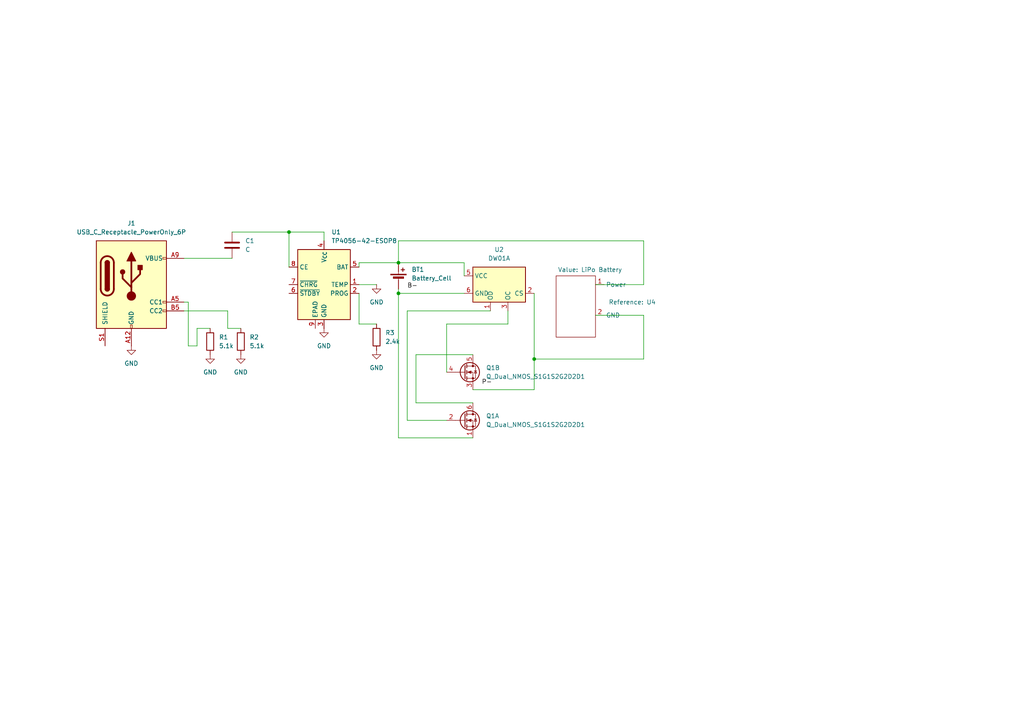
<source format=kicad_sch>
(kicad_sch (version 20250114) (generator "eeschema") (generator_version "9.0")
  (paper "A4")
  (lib_symbols
    (symbol "Battery_Management:DW01A"
      (property "Reference" "U" (at -6.604 6.35 0))
      (property "Value" "DW01A" (at 4.318 6.604 0))
      (symbol "DW01A_0_1"
        (pin power_in line (at -10.16 2.54 0) (length 2.54) (name "VCC") (number "5"))
        (pin power_in line (at -10.16 -2.54 0) (length 2.54) (name "GND") (number "6"))
        (pin output line (at -2.54 -7.62 90) (length 2.54) (name "OD") (number "1"))
        (pin output line (at 2.54 -7.62 90) (length 2.54) (name "OC") (number "3"))
        (pin input line (at 10.16 -2.54 180) (length 2.54) (name "CS") (number "2"))
      )
      (symbol "DW01A_1_1"
        (rectangle (start -7.62 5.08) (end 7.62 -5.08) (stroke (width 0.254)) (fill (type background)))
        (pin no_connect line (at 10.16 2.54 180) (length 2.54) (hide yes) (name "TD") (number "4"))
      )
    )
    (symbol "Battery_Management:TP4056-42-ESOP8"
      (property "Reference" "U" (at -6.604 11.684 0))
      (property "Value" "TP4056-42-ESOP8" (at 10.16 11.684 0))
      (symbol "TP4056-42-ESOP8_1_0"
        (pin input line (at -10.16 5.08 0) (length 2.54) (name "CE") (number "8"))
        (pin open_collector line (at -10.16 0 0) (length 2.54) (name "~{CHRG}") (number "7"))
        (pin open_collector line (at -10.16 -2.54 0) (length 2.54) (name "~{STDBY}") (number "6"))
        (pin passive line (at -2.54 -12.7 90) (length 2.54) (name "EPAD") (number "9"))
        (pin power_in line (at 0 12.7 270) (length 2.54) (name "V_{CC}") (number "4"))
        (pin power_in line (at 0 -12.7 90) (length 2.54) (name "GND") (number "3"))
        (pin power_out line (at 10.16 5.08 180) (length 2.54) (name "BAT") (number "5"))
        (pin input line (at 10.16 0 180) (length 2.54) (name "TEMP") (number "1"))
        (pin passive line (at 10.16 -2.54 180) (length 2.54) (name "PROG") (number "2"))
      )
      (symbol "TP4056-42-ESOP8_1_1"
        (rectangle (start -7.62 10.16) (end 7.62 -10.16) (stroke (width 0.254)) (fill (type background)))
      )
    )
    (symbol "Connector:USB_C_Receptacle_PowerOnly_6P" (pin_names (offset 1.016))
      (property "Reference" "J" (at 0 16.51 0))
      (property "Value" "USB_C_Receptacle_PowerOnly_6P" (at 0 13.97 0))
      (symbol "USB_C_Receptacle_PowerOnly_6P_0_0"
        (rectangle (start -0.254 -12.7) (end 0.254 -11.684))
        (rectangle (start 10.16 7.874) (end 9.144 7.366))
        (rectangle (start 10.16 -4.826) (end 9.144 -5.334))
        (rectangle (start 10.16 -7.366) (end 9.144 -7.874))
      )
      (symbol "USB_C_Receptacle_PowerOnly_6P_0_1"
        (rectangle (start -10.16 12.7) (end 10.16 -12.7) (stroke (width 0.254)) (fill (type background)))
        (polyline (pts (xy -8.89 -1.27) (xy -8.89 6.35)) (stroke (width 0.508)))
        (rectangle (start -7.62 -1.27) (end -6.35 6.35) (stroke (width 0.254)) (fill (type outline)))
        (arc (start -7.62 6.35) (mid -6.985 6.9823) (end -6.35 6.35) (stroke (width 0.254)))
        (arc (start -7.62 6.35) (mid -6.985 6.9823) (end -6.35 6.35) (stroke (width 0.254)) (fill (type outline)))
        (arc (start -8.89 6.35) (mid -6.985 8.2467) (end -5.08 6.35) (stroke (width 0.508)))
        (arc (start -5.08 -1.27) (mid -6.985 -3.1667) (end -8.89 -1.27) (stroke (width 0.508)))
        (arc (start -6.35 -1.27) (mid -6.985 -1.9023) (end -7.62 -1.27) (stroke (width 0.254)))
        (arc (start -6.35 -1.27) (mid -6.985 -1.9023) (end -7.62 -1.27) (stroke (width 0.254)) (fill (type outline)))
        (polyline (pts (xy -5.08 6.35) (xy -5.08 -1.27)) (stroke (width 0.508)))
        (circle (center -2.54 3.683) (radius 0.635) (stroke (width 0.254)) (fill (type outline)))
        (polyline (pts (xy -1.27 6.858) (xy 0 9.398) (xy 1.27 6.858) (xy -1.27 6.858)) (stroke (width 0.254)) (fill (type outline)))
        (polyline (pts (xy 0 0.508) (xy 2.54 3.048) (xy 2.54 4.318)) (stroke (width 0.508)))
        (polyline (pts (xy 0 -0.762) (xy -2.54 1.778) (xy -2.54 3.048)) (stroke (width 0.508)))
        (polyline (pts (xy 0 -3.302) (xy 0 6.858)) (stroke (width 0.508)))
        (circle (center 0 -3.302) (radius 1.27) (fill (type outline)))
        (rectangle (start 1.905 4.318) (end 3.175 5.588) (stroke (width 0.254)) (fill (type outline)))
      )
      (symbol "USB_C_Receptacle_PowerOnly_6P_1_1"
        (pin passive line (at -7.62 -17.78 90) (length 5.08) (name "SHIELD") (number "S1"))
        (pin passive line (at 0 -17.78 90) (length 5.08) (name "GND") (number "A12"))
        (pin passive line (at 0 -17.78 90) (length 5.08) (hide yes) (name "GND") (number "B12"))
        (pin passive line (at 15.24 7.62 180) (length 5.08) (name "VBUS") (number "A9"))
        (pin passive line (at 15.24 7.62 180) (length 5.08) (hide yes) (name "VBUS") (number "B9"))
        (pin bidirectional line (at 15.24 -5.08 180) (length 5.08) (name "CC1") (number "A5"))
        (pin bidirectional line (at 15.24 -7.62 180) (length 5.08) (name "CC2") (number "B5"))
      )
    )
    (symbol "Device:Battery_Cell" (pin_numbers (hide yes)) (pin_names (offset 0) (hide yes))
      (property "Reference" "BT" (at 2.54 2.54 0))
      (property "Value" "Battery_Cell" (at 2.54 0 0))
      (symbol "Battery_Cell_0_1"
        (rectangle (start -2.286 1.778) (end 2.286 1.524) (fill (type outline)))
        (rectangle (start -1.524 1.016) (end 1.524 0.508) (fill (type outline)))
        (polyline (pts (xy 0 1.778) (xy 0 2.54)))
        (polyline (pts (xy 0 0.762) (xy 0 0)))
        (polyline (pts (xy 0.762 3.048) (xy 1.778 3.048)) (stroke (width 0.254)))
        (polyline (pts (xy 1.27 3.556) (xy 1.27 2.54)) (stroke (width 0.254)))
      )
      (symbol "Battery_Cell_1_1"
        (pin passive line (at 0 5.08 270) (length 2.54) (name "+") (number "1"))
        (pin passive line (at 0 -2.54 90) (length 2.54) (name "-") (number "2"))
      )
    )
    (symbol "Device:C" (pin_numbers (hide yes)) (pin_names (offset 0.254))
      (property "Reference" "C" (at 0.635 2.54 0))
      (property "Value" "C" (at 0.635 -2.54 0))
      (symbol "C_0_1"
        (polyline (pts (xy -2.032 0.762) (xy 2.032 0.762)) (stroke (width 0.508)))
        (polyline (pts (xy -2.032 -0.762) (xy 2.032 -0.762)) (stroke (width 0.508)))
      )
      (symbol "C_1_1"
        (pin passive line (at 0 3.81 270) (length 2.794) (name "~") (number "1"))
        (pin passive line (at 0 -3.81 90) (length 2.794) (name "~") (number "2"))
      )
    )
    (symbol "Device:R" (pin_numbers (hide yes)) (pin_names (offset 0))
      (property "Reference" "R" (at 2.032 0 90))
      (property "Value" "R" (at 0 0 90))
      (symbol "R_0_1"
        (rectangle (start -1.016 -2.54) (end 1.016 2.54) (stroke (width 0.254)))
      )
      (symbol "R_1_1"
        (pin passive line (at 0 3.81 270) (length 1.27) (name "~") (number "1"))
        (pin passive line (at 0 -3.81 90) (length 1.27) (name "~") (number "2"))
      )
    )
    (symbol "Transistor_FET:Q_Dual_NMOS_S1G1S2G2D2D1" (pin_names (offset 0) (hide yes))
      (property "Reference" "Q" (at 5.08 1.905 0))
      (property "Value" "Q_Dual_NMOS_S1G1S2G2D2D1" (at 5.08 0 0))
      (symbol "Q_Dual_NMOS_S1G1S2G2D2D1_0_1"
        (polyline (pts (xy 0.254 1.905) (xy 0.254 -1.905)) (stroke (width 0.254)))
        (polyline (pts (xy 0.254 0) (xy -2.54 0)))
        (polyline (pts (xy 0.762 2.286) (xy 0.762 1.27)) (stroke (width 0.254)))
        (polyline (pts (xy 0.762 0.508) (xy 0.762 -0.508)) (stroke (width 0.254)))
        (polyline (pts (xy 0.762 -1.27) (xy 0.762 -2.286)) (stroke (width 0.254)))
        (polyline (pts (xy 0.762 -1.778) (xy 3.302 -1.778) (xy 3.302 1.778) (xy 0.762 1.778)))
        (polyline (pts (xy 1.016 0) (xy 2.032 0.381) (xy 2.032 -0.381) (xy 1.016 0)) (fill (type outline)))
        (circle (center 1.651 0) (radius 2.794) (stroke (width 0.254)))
        (polyline (pts (xy 2.54 2.54) (xy 2.54 1.778)))
        (circle (center 2.54 1.778) (radius 0.254) (fill (type outline)))
        (circle (center 2.54 -1.778) (radius 0.254) (fill (type outline)))
        (polyline (pts (xy 2.54 -2.54) (xy 2.54 0) (xy 0.762 0)))
        (polyline (pts (xy 2.921 0.381) (xy 3.683 0.381)))
        (polyline (pts (xy 3.302 0.381) (xy 2.921 -0.254) (xy 3.683 -0.254) (xy 3.302 0.381)))
      )
      (symbol "Q_Dual_NMOS_S1G1S2G2D2D1_1_1"
        (pin input line (at -5.08 0 0) (length 2.54) (name "G") (number "2"))
        (pin passive line (at 2.54 5.08 270) (length 2.54) (name "D") (number "6"))
        (pin passive line (at 2.54 -5.08 90) (length 2.54) (name "S") (number "1"))
      )
      (symbol "Q_Dual_NMOS_S1G1S2G2D2D1_2_1"
        (pin input line (at -5.08 0 0) (length 2.54) (name "G") (number "4"))
        (pin passive line (at 2.54 5.08 270) (length 2.54) (name "D") (number "5"))
        (pin passive line (at 2.54 -5.08 90) (length 2.54) (name "S") (number "3"))
      )
    )
    (symbol "power:GND" (power) (pin_numbers (hide yes)) (pin_names (offset 0) (hide yes))
      (property "Value" "GND" (at 0 -3.81 0))
      (symbol "GND_0_1"
        (polyline (pts (xy 0 0) (xy 0 -1.27) (xy 1.27 -1.27) (xy 0 -2.54) (xy -1.27 -1.27) (xy 0 -1.27)))
      )
      (symbol "GND_1_1"
        (pin power_in line (at 0 0 270) (length 0) (name "~") (number "1"))
      )
    )
    (symbol "sensors:Battery"
      (property "Reference" "U" (at 0 0 0) (show_name))
      (property "Value" "LiPo Battery" (at 0.254 3.81 0) (show_name))
      (symbol "Battery_0_1"
        (rectangle (start -6.35 -2.54) (end 5.08 -20.32))
      )
      (symbol "Battery_1_1"
        (pin power_in line (at 5.08 -5.08 0) (length 2.54) (name "Power") (number "1"))
        (pin power_in line (at 5.08 -13.97 0) (length 2.54) (name "GND") (number "2"))
      )
    )
  )
  (junction (at 83.82 67.31))
  (junction (at 115.57 76.2))
  (junction (at 115.57 85.09))
  (junction (at 154.94 104.14))
  (wire (pts (xy 186.69 104.14) (xy 186.69 91.44)))
  (wire (pts (xy 57.15 95.25) (xy 60.96 95.25)))
  (wire (pts (xy 115.57 69.85) (xy 115.57 76.2)))
  (wire (pts (xy 104.14 93.98) (xy 109.22 93.98)))
  (wire (pts (xy 186.69 82.55) (xy 186.69 69.85)))
  (wire (pts (xy 134.62 76.2) (xy 115.57 76.2)))
  (wire (pts (xy 134.62 80.01) (xy 134.62 76.2)))
  (wire (pts (xy 154.94 104.14) (xy 186.69 104.14)))
  (wire (pts (xy 66.04 95.25) (xy 69.85 95.25)))
  (wire (pts (xy 54.61 87.63) (xy 53.34 87.63)))
  (wire (pts (xy 104.14 82.55) (xy 109.22 82.55)))
  (wire (pts (xy 120.65 116.84) (xy 120.65 102.87)))
  (wire (pts (xy 137.16 127) (xy 115.57 127)))
  (wire (pts (xy 129.54 121.92) (xy 118.11 121.92)))
  (wire (pts (xy 129.54 93.98) (xy 147.32 93.98)))
  (wire (pts (xy 104.14 76.2) (xy 104.14 77.47)))
  (wire (pts (xy 115.57 76.2) (xy 104.14 76.2)))
  (wire (pts (xy 104.14 85.09) (xy 104.14 93.98)))
  (wire (pts (xy 118.11 90.17) (xy 142.24 90.17)))
  (wire (pts (xy 54.61 100.33) (xy 54.61 87.63)))
  (wire (pts (xy 115.57 85.09) (xy 115.57 83.82)))
  (wire (pts (xy 93.98 67.31) (xy 93.98 69.85)))
  (wire (pts (xy 147.32 93.98) (xy 147.32 90.17)))
  (wire (pts (xy 154.94 104.14) (xy 154.94 113.03)))
  (wire (pts (xy 137.16 116.84) (xy 120.65 116.84)))
  (wire (pts (xy 129.54 107.95) (xy 129.54 93.98)))
  (wire (pts (xy 57.15 100.33) (xy 57.15 95.25)))
  (wire (pts (xy 83.82 67.31) (xy 93.98 67.31)))
  (wire (pts (xy 66.04 90.17) (xy 66.04 95.25)))
  (wire (pts (xy 115.57 69.85) (xy 186.69 69.85)))
  (wire (pts (xy 120.65 102.87) (xy 137.16 102.87)))
  (wire (pts (xy 115.57 127) (xy 115.57 85.09)))
  (wire (pts (xy 154.94 85.09) (xy 154.94 104.14)))
  (wire (pts (xy 53.34 74.93) (xy 67.31 74.93)))
  (wire (pts (xy 172.72 82.55) (xy 186.69 82.55)))
  (wire (pts (xy 186.69 91.44) (xy 172.72 91.44)))
  (wire (pts (xy 53.34 90.17) (xy 66.04 90.17)))
  (wire (pts (xy 118.11 121.92) (xy 118.11 90.17)))
  (wire (pts (xy 137.16 113.03) (xy 154.94 113.03)))
  (wire (pts (xy 83.82 67.31) (xy 83.82 77.47)))
  (wire (pts (xy 115.57 85.09) (xy 134.62 85.09)))
  (wire (pts (xy 67.31 67.31) (xy 83.82 67.31)))
  (wire (pts (xy 54.61 100.33) (xy 57.15 100.33)))
  (label "B-" (at 118.11 83.82 0))
  (label "P-" (at 139.7 111.76 0))
  (symbol (lib_id "Device:R") (at 69.85 99.06 0) (unit 1)
    (property "Reference" "R2" (at 72.39 97.7899 0) (effects (justify left)))
    (property "Value" "5.1k" (at 72.39 100.3299 0) (effects (justify left)))
    (property "Description" "Resistor" (effects (hide yes)))
  )
  (symbol (lib_id "power:GND") (at 93.98 95.25 0) (unit 1)
    (property "Reference" "#PWR04" (effects (hide yes)))
    (property "Value" "GND" (at 93.98 100.33 0))
    (property "Description" "Power symbol creates a global label with name \"GND\" , ground" (effects (hide yes)))
  )
  (symbol (lib_id "power:GND") (at 109.22 101.6 0) (unit 1)
    (property "Reference" "#PWR07" (effects (hide yes)))
    (property "Value" "GND" (at 109.22 106.68 0))
    (property "Description" "Power symbol creates a global label with name \"GND\" , ground" (effects (hide yes)))
  )
  (symbol (lib_id "power:GND") (at 109.22 82.55 0) (unit 1)
    (property "Reference" "#PWR06" (effects (hide yes)))
    (property "Value" "GND" (at 109.22 87.63 0))
    (property "Description" "Power symbol creates a global label with name \"GND\" , ground" (effects (hide yes)))
  )
  (symbol (lib_id "Device:R") (at 109.22 97.79 0) (unit 1)
    (property "Reference" "R3" (at 111.76 96.5199 0) (effects (justify left)))
    (property "Value" "2.4k" (at 111.76 99.0599 0) (effects (justify left)))
    (property "Description" "Resistor" (effects (hide yes)))
  )
  (symbol (lib_id "power:GND") (at 38.1 100.33 0) (unit 1)
    (property "Reference" "#PWR03" (effects (hide yes)))
    (property "Value" "GND" (at 38.1 105.41 0))
    (property "Description" "Power symbol creates a global label with name \"GND\" , ground" (effects (hide yes)))
  )
  (symbol (lib_id "Transistor_FET:Q_Dual_NMOS_S1G1S2G2D2D1") (at 134.62 107.95 0) (unit 2)
    (property "Reference" "Q1" (at 140.97 106.6799 0) (effects (justify left)))
    (property "Value" "Q_Dual_NMOS_S1G1S2G2D2D1" (at 140.97 109.2199 0) (effects (justify left)))
    (property "Description" "Dual NMOS transistor, 6 pin package" (effects (hide yes)))
  )
  (symbol (lib_id "Device:Battery_Cell") (at 115.57 81.28 0) (unit 1)
    (property "Reference" "BT1" (at 119.38 78.1684 0) (effects (justify left)))
    (property "Value" "Battery_Cell" (at 119.38 80.7084 0) (effects (justify left)))
    (property "Description" "Single-cell battery" (effects (hide yes)))
    (property "Sim.Device" "V" (effects (hide yes)))
    (property "Sim.Type" "DC" (effects (hide yes)))
    (property "Sim.Pins" "1=+ 2=-" (effects (hide yes)))
  )
  (symbol (lib_id "Device:C") (at 67.31 71.12 0) (unit 1)
    (property "Reference" "C1" (at 71.12 69.8499 0) (effects (justify left)))
    (property "Value" "C" (at 71.12 72.3899 0) (effects (justify left)))
    (property "Description" "Unpolarized capacitor" (effects (hide yes)))
  )
  (symbol (lib_id "Battery_Management:TP4056-42-ESOP8") (at 93.98 82.55 0) (unit 1)
    (property "Reference" "U1" (at 96.1233 67.31 0) (effects (justify left)))
    (property "Value" "TP4056-42-ESOP8" (at 96.1233 69.85 0) (effects (justify left)))
    (property "Footprint" "Package_SO:SOIC-8-1EP_3.9x4.9mm_P1.27mm_EP2.41x3.3mm_ThermalVias" (effects (hide yes)))
    (property "Datasheet" "https://www.lcsc.com/datasheet/lcsc_datasheet_2410121619_TOPPOWER-Nanjing-Extension-Microelectronics-TP4056-42-ESOP8_C16581.pdf" (effects (hide yes)))
    (property "Description" "1A Standalone Linear Li-ion/LiPo single-cell battery charger, 4.2V ±1% charge voltage, VCC = 4.0..8.0V, SOIC-8 (SOP-8)" (effects (hide yes)))
  )
  (symbol (lib_id "Transistor_FET:Q_Dual_NMOS_S1G1S2G2D2D1") (at 134.62 121.92 0) (unit 1)
    (property "Reference" "Q1" (at 140.97 120.6499 0) (effects (justify left)))
    (property "Value" "Q_Dual_NMOS_S1G1S2G2D2D1" (at 140.97 123.1899 0) (effects (justify left)))
    (property "Description" "Dual NMOS transistor, 6 pin package" (effects (hide yes)))
  )
  (symbol (lib_id "power:GND") (at 60.96 102.87 0) (unit 1)
    (property "Reference" "#PWR01" (effects (hide yes)))
    (property "Value" "GND" (at 60.96 107.95 0))
    (property "Description" "Power symbol creates a global label with name \"GND\" , ground" (effects (hide yes)))
  )
  (symbol (lib_id "sensors:Battery") (at 167.64 77.47 0) (unit 1)
    (property "Reference" "U4" (at 176.53 87.6299 0) (show_name yes) (effects (justify left)))
    (property "Value" "LiPo Battery" (at 161.798 78.232 0) (show_name yes) (effects (justify left)))
  )
  (symbol (lib_id "power:GND") (at 69.85 102.87 0) (unit 1)
    (property "Reference" "#PWR02" (effects (hide yes)))
    (property "Value" "GND" (at 69.85 107.95 0))
    (property "Description" "Power symbol creates a global label with name \"GND\" , ground" (effects (hide yes)))
  )
  (symbol (lib_id "Device:R") (at 60.96 99.06 0) (unit 1)
    (property "Reference" "R1" (at 63.5 97.7899 0) (effects (justify left)))
    (property "Value" "5.1k" (at 63.5 100.3299 0) (effects (justify left)))
    (property "Description" "Resistor" (effects (hide yes)))
  )
  (symbol (lib_id "Connector:USB_C_Receptacle_PowerOnly_6P") (at 38.1 82.55 0) (unit 1)
    (property "Reference" "J1" (at 38.1 64.77 0))
    (property "Value" "USB_C_Receptacle_PowerOnly_6P" (at 38.1 67.31 0))
    (property "Datasheet" "https://www.usb.org/sites/default/files/documents/usb_type-c.zip" (effects (hide yes)))
    (property "Description" "USB Power-Only 6P Type-C Receptacle connector" (effects (hide yes)))
  )
  (symbol (lib_id "Battery_Management:DW01A") (at 144.78 82.55 0) (unit 1)
    (property "Reference" "U2" (at 144.78 72.39 0))
    (property "Value" "DW01A" (at 144.78 74.93 0))
    (property "Footprint" "Package_TO_SOT_SMD:SOT-23-6" (effects (hide yes)))
    (property "Datasheet" "https://hmsemi.com/downfile/DW01A.PDF" (effects (hide yes)))
    (property "Description" "Overcharge, overcurrent and overdischarge protection IC for single cell lithium-ion/polymer battery" (effects (hide yes)))
  )
)
</source>
